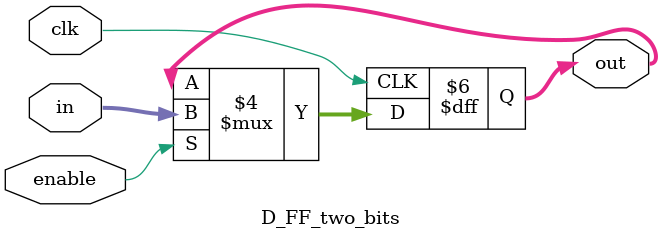
<source format=v>
module D_FF_two_bits(in,out,clk,enable);

input clk;
input enable;
input[1:0] in;
output[1:0] out;
reg[1:0] out;

initial begin
	out<=2'b0;
end

always@(posedge clk) begin
	if(enable==1'b1) begin
		out<=in;
	end

end

endmodule

</source>
